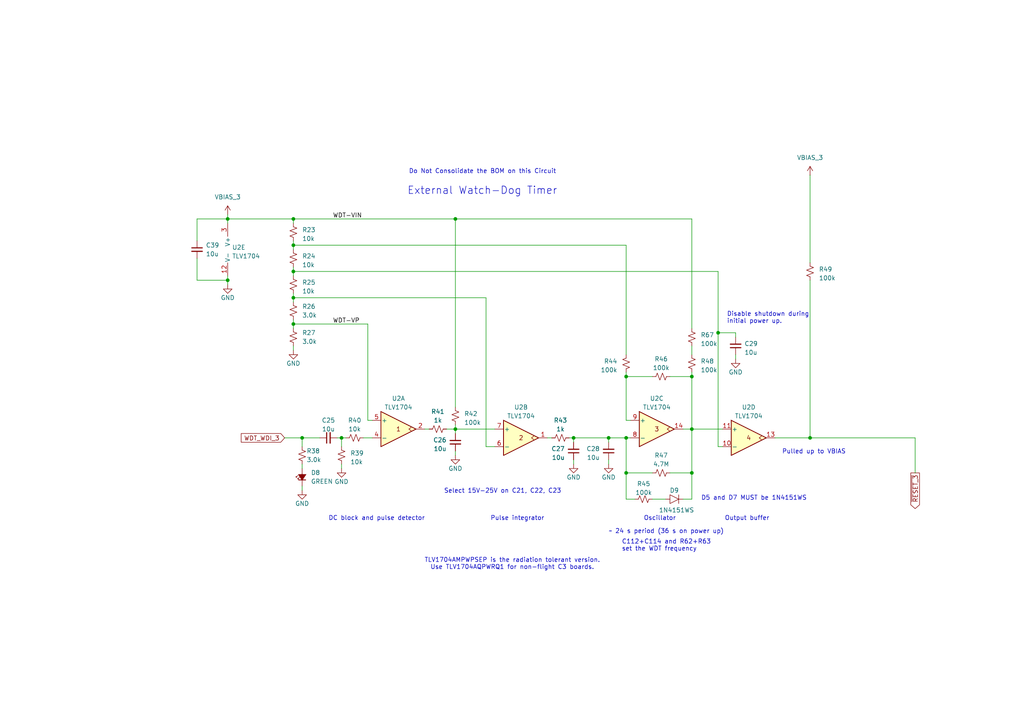
<source format=kicad_sch>
(kicad_sch (version 20250114) (generator "eeschema") (generator_version "9.0")
  (paper "A4")
  (lib_symbols
    (symbol "Device:C_Small" (pin_numbers (hide yes)) (pin_names (offset 0.254) (hide yes))
      (property "Reference" "C" (at 0.254 1.778 0))
      (property "Value" "C_Small" (at 0.254 -2.032 0))
      (symbol "C_Small_0_1"
        (polyline (pts (xy -1.524 0.508) (xy 1.524 0.508)) (stroke (width 0.3048)))
        (polyline (pts (xy -1.524 -0.508) (xy 1.524 -0.508)) (stroke (width 0.3302)))
      )
      (symbol "C_Small_1_1"
        (pin passive line (at 0 2.54 270) (length 2.032) (name "~") (number "1"))
        (pin passive line (at 0 -2.54 90) (length 2.032) (name "~") (number "2"))
      )
    )
    (symbol "Device:LED_Small_Filled" (pin_numbers (hide yes)) (pin_names (offset 0.254) (hide yes))
      (property "Reference" "D" (at -1.27 3.175 0))
      (property "Value" "LED_Small_Filled" (at -4.445 -2.54 0))
      (symbol "LED_Small_Filled_0_1"
        (polyline (pts (xy -0.762 -1.016) (xy -0.762 1.016)) (stroke (width 0.254)))
        (polyline (pts (xy 0 0.762) (xy -0.508 1.27) (xy -0.254 1.27) (xy -0.508 1.27) (xy -0.508 1.016)))
        (polyline (pts (xy 0.508 1.27) (xy 0 1.778) (xy 0.254 1.778) (xy 0 1.778) (xy 0 1.524)))
        (polyline (pts (xy 0.762 -1.016) (xy -0.762 0) (xy 0.762 1.016) (xy 0.762 -1.016)) (stroke (width 0.254)) (fill (type outline)))
        (polyline (pts (xy 1.016 0) (xy -0.762 0)))
      )
      (symbol "LED_Small_Filled_1_1"
        (pin passive line (at -2.54 0 0) (length 1.778) (name "K") (number "1"))
        (pin passive line (at 2.54 0 180) (length 1.778) (name "A") (number "2"))
      )
    )
    (symbol "Device:R_Small_US" (pin_numbers (hide yes)) (pin_names (offset 0.254) (hide yes))
      (property "Reference" "R" (at 0.762 0.508 0))
      (property "Value" "R_Small_US" (at 0.762 -1.016 0))
      (symbol "R_Small_US_1_1"
        (polyline (pts (xy 0 1.524) (xy 1.016 1.143) (xy 0 0.762) (xy -1.016 0.381) (xy 0 0)))
        (polyline (pts (xy 0 0) (xy 1.016 -0.381) (xy 0 -0.762) (xy -1.016 -1.143) (xy 0 -1.524)))
        (pin passive line (at 0 2.54 270) (length 1.016) (name "~") (number "1"))
        (pin passive line (at 0 -2.54 90) (length 1.016) (name "~") (number "2"))
      )
    )
    (symbol "TLV1704AIPWR_1" (pin_names (offset 0.127))
      (property "Reference" "U" (at 0 5.08 0))
      (property "Value" "TLV1704AIPWR" (at 0 -5.08 0))
      (symbol "TLV1704AIPWR_1_1_1"
        (polyline (pts (xy -5.08 5.08) (xy 5.08 0) (xy -5.08 -5.08) (xy -5.08 5.08)) (stroke (width 0.254)) (fill (type background)))
        (polyline (pts (xy 3.048 0) (xy 3.81 -0.635)))
        (polyline (pts (xy 3.81 0.635) (xy 3.048 0)))
        (text "1" (at 0 0 0) (effects (font (size 1.27 1.27))))
        (pin input line (at -7.62 2.54 0) (length 2.54) (name "+") (number "5"))
        (pin input line (at -7.62 -2.54 0) (length 2.54) (name "-") (number "4"))
        (pin open_collector line (at 7.62 0 180) (length 2.54) (name "~") (number "2"))
      )
      (symbol "TLV1704AIPWR_1_2_1"
        (polyline (pts (xy -5.08 5.08) (xy 5.08 0) (xy -5.08 -5.08) (xy -5.08 5.08)) (stroke (width 0.254)) (fill (type background)))
        (polyline (pts (xy 3.048 0) (xy 3.81 -0.635)))
        (polyline (pts (xy 3.81 0.635) (xy 3.048 0)))
        (text "2" (at 0 0 0) (effects (font (size 1.27 1.27))))
        (pin input line (at -7.62 2.54 0) (length 2.54) (name "+") (number "7"))
        (pin input line (at -7.62 -2.54 0) (length 2.54) (name "-") (number "6"))
        (pin open_collector line (at 7.62 0 180) (length 2.54) (name "~") (number "1"))
      )
      (symbol "TLV1704AIPWR_1_3_1"
        (polyline (pts (xy -5.08 5.08) (xy 5.08 0) (xy -5.08 -5.08) (xy -5.08 5.08)) (stroke (width 0.254)) (fill (type background)))
        (polyline (pts (xy 3.048 0) (xy 3.81 -0.635)))
        (polyline (pts (xy 3.81 0.635) (xy 3.048 0)))
        (text "3" (at 0 0 0) (effects (font (size 1.27 1.27))))
        (pin input line (at -7.62 2.54 0) (length 2.54) (name "+") (number "9"))
        (pin input line (at -7.62 -2.54 0) (length 2.54) (name "-") (number "8"))
        (pin open_collector line (at 7.62 0 180) (length 2.54) (name "~") (number "14"))
      )
      (symbol "TLV1704AIPWR_1_4_1"
        (polyline (pts (xy -5.08 5.08) (xy 5.08 0) (xy -5.08 -5.08) (xy -5.08 5.08)) (stroke (width 0.254)) (fill (type background)))
        (polyline (pts (xy 3.048 0) (xy 3.81 -0.635)))
        (polyline (pts (xy 3.81 0.635) (xy 3.048 0)))
        (text "4" (at 0 0 0) (effects (font (size 1.27 1.27))))
        (pin input line (at -7.62 2.54 0) (length 2.54) (name "+") (number "11"))
        (pin input line (at -7.62 -2.54 0) (length 2.54) (name "-") (number "10"))
        (pin open_collector line (at 7.62 0 180) (length 2.54) (name "~") (number "13"))
      )
      (symbol "TLV1704AIPWR_1_5_1"
        (pin power_in line (at -2.54 7.62 270) (length 3.81) (name "V+") (number "3"))
        (pin power_in line (at -2.54 -7.62 90) (length 3.81) (name "V-") (number "12"))
      )
    )
    (symbol "TLV1704AIPWR_2" (pin_names (offset 0.127))
      (property "Reference" "U" (at 0 5.08 0))
      (property "Value" "TLV1704AIPWR" (at 0 -5.08 0))
      (symbol "TLV1704AIPWR_2_1_1"
        (polyline (pts (xy -5.08 5.08) (xy 5.08 0) (xy -5.08 -5.08) (xy -5.08 5.08)) (stroke (width 0.254)) (fill (type background)))
        (polyline (pts (xy 3.048 0) (xy 3.81 -0.635)))
        (polyline (pts (xy 3.81 0.635) (xy 3.048 0)))
        (text "1" (at 0 0 0) (effects (font (size 1.27 1.27))))
        (pin input line (at -7.62 2.54 0) (length 2.54) (name "+") (number "5"))
        (pin input line (at -7.62 -2.54 0) (length 2.54) (name "-") (number "4"))
        (pin open_collector line (at 7.62 0 180) (length 2.54) (name "~") (number "2"))
      )
      (symbol "TLV1704AIPWR_2_2_1"
        (polyline (pts (xy -5.08 5.08) (xy 5.08 0) (xy -5.08 -5.08) (xy -5.08 5.08)) (stroke (width 0.254)) (fill (type background)))
        (polyline (pts (xy 3.048 0) (xy 3.81 -0.635)))
        (polyline (pts (xy 3.81 0.635) (xy 3.048 0)))
        (text "2" (at 0 0 0) (effects (font (size 1.27 1.27))))
        (pin input line (at -7.62 2.54 0) (length 2.54) (name "+") (number "7"))
        (pin input line (at -7.62 -2.54 0) (length 2.54) (name "-") (number "6"))
        (pin open_collector line (at 7.62 0 180) (length 2.54) (name "~") (number "1"))
      )
      (symbol "TLV1704AIPWR_2_3_1"
        (polyline (pts (xy -5.08 5.08) (xy 5.08 0) (xy -5.08 -5.08) (xy -5.08 5.08)) (stroke (width 0.254)) (fill (type background)))
        (polyline (pts (xy 3.048 0) (xy 3.81 -0.635)))
        (polyline (pts (xy 3.81 0.635) (xy 3.048 0)))
        (text "3" (at 0 0 0) (effects (font (size 1.27 1.27))))
        (pin input line (at -7.62 2.54 0) (length 2.54) (name "+") (number "9"))
        (pin input line (at -7.62 -2.54 0) (length 2.54) (name "-") (number "8"))
        (pin open_collector line (at 7.62 0 180) (length 2.54) (name "~") (number "14"))
      )
      (symbol "TLV1704AIPWR_2_4_1"
        (polyline (pts (xy -5.08 5.08) (xy 5.08 0) (xy -5.08 -5.08) (xy -5.08 5.08)) (stroke (width 0.254)) (fill (type background)))
        (polyline (pts (xy 3.048 0) (xy 3.81 -0.635)))
        (polyline (pts (xy 3.81 0.635) (xy 3.048 0)))
        (text "4" (at 0 0 0) (effects (font (size 1.27 1.27))))
        (pin input line (at -7.62 2.54 0) (length 2.54) (name "+") (number "11"))
        (pin input line (at -7.62 -2.54 0) (length 2.54) (name "-") (number "10"))
        (pin open_collector line (at 7.62 0 180) (length 2.54) (name "~") (number "13"))
      )
      (symbol "TLV1704AIPWR_2_5_1"
        (pin power_in line (at -2.54 7.62 270) (length 3.81) (name "V+") (number "3"))
        (pin power_in line (at -2.54 -7.62 90) (length 3.81) (name "V-") (number "12"))
      )
    )
    (symbol "TLV1704AIPWR_3" (pin_names (offset 0.127))
      (property "Reference" "U" (at 0 5.08 0))
      (property "Value" "TLV1704AIPWR" (at 0 -5.08 0))
      (symbol "TLV1704AIPWR_3_1_1"
        (polyline (pts (xy -5.08 5.08) (xy 5.08 0) (xy -5.08 -5.08) (xy -5.08 5.08)) (stroke (width 0.254)) (fill (type background)))
        (polyline (pts (xy 3.048 0) (xy 3.81 -0.635)))
        (polyline (pts (xy 3.81 0.635) (xy 3.048 0)))
        (text "1" (at 0 0 0) (effects (font (size 1.27 1.27))))
        (pin input line (at -7.62 2.54 0) (length 2.54) (name "+") (number "5"))
        (pin input line (at -7.62 -2.54 0) (length 2.54) (name "-") (number "4"))
        (pin open_collector line (at 7.62 0 180) (length 2.54) (name "~") (number "2"))
      )
      (symbol "TLV1704AIPWR_3_2_1"
        (polyline (pts (xy -5.08 5.08) (xy 5.08 0) (xy -5.08 -5.08) (xy -5.08 5.08)) (stroke (width 0.254)) (fill (type background)))
        (polyline (pts (xy 3.048 0) (xy 3.81 -0.635)))
        (polyline (pts (xy 3.81 0.635) (xy 3.048 0)))
        (text "2" (at 0 0 0) (effects (font (size 1.27 1.27))))
        (pin input line (at -7.62 2.54 0) (length 2.54) (name "+") (number "7"))
        (pin input line (at -7.62 -2.54 0) (length 2.54) (name "-") (number "6"))
        (pin open_collector line (at 7.62 0 180) (length 2.54) (name "~") (number "1"))
      )
      (symbol "TLV1704AIPWR_3_3_1"
        (polyline (pts (xy -5.08 5.08) (xy 5.08 0) (xy -5.08 -5.08) (xy -5.08 5.08)) (stroke (width 0.254)) (fill (type background)))
        (polyline (pts (xy 3.048 0) (xy 3.81 -0.635)))
        (polyline (pts (xy 3.81 0.635) (xy 3.048 0)))
        (text "3" (at 0 0 0) (effects (font (size 1.27 1.27))))
        (pin input line (at -7.62 2.54 0) (length 2.54) (name "+") (number "9"))
        (pin input line (at -7.62 -2.54 0) (length 2.54) (name "-") (number "8"))
        (pin open_collector line (at 7.62 0 180) (length 2.54) (name "~") (number "14"))
      )
      (symbol "TLV1704AIPWR_3_4_1"
        (polyline (pts (xy -5.08 5.08) (xy 5.08 0) (xy -5.08 -5.08) (xy -5.08 5.08)) (stroke (width 0.254)) (fill (type background)))
        (polyline (pts (xy 3.048 0) (xy 3.81 -0.635)))
        (polyline (pts (xy 3.81 0.635) (xy 3.048 0)))
        (text "4" (at 0 0 0) (effects (font (size 1.27 1.27))))
        (pin input line (at -7.62 2.54 0) (length 2.54) (name "+") (number "11"))
        (pin input line (at -7.62 -2.54 0) (length 2.54) (name "-") (number "10"))
        (pin open_collector line (at 7.62 0 180) (length 2.54) (name "~") (number "13"))
      )
      (symbol "TLV1704AIPWR_3_5_1"
        (pin power_in line (at -2.54 7.62 270) (length 3.81) (name "V+") (number "3"))
        (pin power_in line (at -2.54 -7.62 90) (length 3.81) (name "V-") (number "12"))
      )
    )
    (symbol "TLV1704AIPWR_4" (pin_names (offset 0.127))
      (property "Reference" "U" (at 0 5.08 0))
      (property "Value" "TLV1704AIPWR" (at 0 -5.08 0))
      (symbol "TLV1704AIPWR_4_1_1"
        (polyline (pts (xy -5.08 5.08) (xy 5.08 0) (xy -5.08 -5.08) (xy -5.08 5.08)) (stroke (width 0.254)) (fill (type background)))
        (polyline (pts (xy 3.048 0) (xy 3.81 -0.635)))
        (polyline (pts (xy 3.81 0.635) (xy 3.048 0)))
        (text "1" (at 0 0 0) (effects (font (size 1.27 1.27))))
        (pin input line (at -7.62 2.54 0) (length 2.54) (name "+") (number "5"))
        (pin input line (at -7.62 -2.54 0) (length 2.54) (name "-") (number "4"))
        (pin open_collector line (at 7.62 0 180) (length 2.54) (name "~") (number "2"))
      )
      (symbol "TLV1704AIPWR_4_2_1"
        (polyline (pts (xy -5.08 5.08) (xy 5.08 0) (xy -5.08 -5.08) (xy -5.08 5.08)) (stroke (width 0.254)) (fill (type background)))
        (polyline (pts (xy 3.048 0) (xy 3.81 -0.635)))
        (polyline (pts (xy 3.81 0.635) (xy 3.048 0)))
        (text "2" (at 0 0 0) (effects (font (size 1.27 1.27))))
        (pin input line (at -7.62 2.54 0) (length 2.54) (name "+") (number "7"))
        (pin input line (at -7.62 -2.54 0) (length 2.54) (name "-") (number "6"))
        (pin open_collector line (at 7.62 0 180) (length 2.54) (name "~") (number "1"))
      )
      (symbol "TLV1704AIPWR_4_3_1"
        (polyline (pts (xy -5.08 5.08) (xy 5.08 0) (xy -5.08 -5.08) (xy -5.08 5.08)) (stroke (width 0.254)) (fill (type background)))
        (polyline (pts (xy 3.048 0) (xy 3.81 -0.635)))
        (polyline (pts (xy 3.81 0.635) (xy 3.048 0)))
        (text "3" (at 0 0 0) (effects (font (size 1.27 1.27))))
        (pin input line (at -7.62 2.54 0) (length 2.54) (name "+") (number "9"))
        (pin input line (at -7.62 -2.54 0) (length 2.54) (name "-") (number "8"))
        (pin open_collector line (at 7.62 0 180) (length 2.54) (name "~") (number "14"))
      )
      (symbol "TLV1704AIPWR_4_4_1"
        (polyline (pts (xy -5.08 5.08) (xy 5.08 0) (xy -5.08 -5.08) (xy -5.08 5.08)) (stroke (width 0.254)) (fill (type background)))
        (polyline (pts (xy 3.048 0) (xy 3.81 -0.635)))
        (polyline (pts (xy 3.81 0.635) (xy 3.048 0)))
        (text "4" (at 0 0 0) (effects (font (size 1.27 1.27))))
        (pin input line (at -7.62 2.54 0) (length 2.54) (name "+") (number "11"))
        (pin input line (at -7.62 -2.54 0) (length 2.54) (name "-") (number "10"))
        (pin open_collector line (at 7.62 0 180) (length 2.54) (name "~") (number "13"))
      )
      (symbol "TLV1704AIPWR_4_5_1"
        (pin power_in line (at -2.54 7.62 270) (length 3.81) (name "V+") (number "3"))
        (pin power_in line (at -2.54 -7.62 90) (length 3.81) (name "V-") (number "12"))
      )
    )
    (symbol "oresat-diodes:1N4151WS-HE3" (pin_numbers (hide yes)) (pin_names (offset 0) (hide yes))
      (property "Reference" "D" (at 0 2.54 0))
      (property "Value" "1N4151WS" (at 0 -2.54 0))
      (symbol "1N4151WS-HE3_0_1"
        (polyline (pts (xy 1.27 0) (xy 1.27 1.27) (xy 1.27 -1.27) (xy 1.27 0) (xy -1.27 1.27) (xy -1.27 -1.27) (xy 1.27 0)))
      )
      (symbol "1N4151WS-HE3_1_1"
        (pin passive line (at -2.54 0 0) (length 1.27) (name "2") (number "2"))
        (pin passive line (at 2.54 0 180) (length 1.27) (name "1") (number "1"))
      )
    )
    (symbol "oresat-ics:TLV1704AIPWR" (pin_names (offset 0.127))
      (property "Reference" "U" (at 0 5.08 0))
      (property "Value" "TLV1704AIPWR" (at 0 -5.08 0))
      (symbol "TLV1704AIPWR_1_1"
        (polyline (pts (xy -5.08 5.08) (xy 5.08 0) (xy -5.08 -5.08) (xy -5.08 5.08)) (stroke (width 0.254)) (fill (type background)))
        (polyline (pts (xy 3.048 0) (xy 3.81 -0.635)))
        (polyline (pts (xy 3.81 0.635) (xy 3.048 0)))
        (text "1" (at 0 0 0) (effects (font (size 1.27 1.27))))
        (pin input line (at -7.62 2.54 0) (length 2.54) (name "+") (number "5"))
        (pin input line (at -7.62 -2.54 0) (length 2.54) (name "-") (number "4"))
        (pin open_collector line (at 7.62 0 180) (length 2.54) (name "~") (number "2"))
      )
      (symbol "TLV1704AIPWR_2_1"
        (polyline (pts (xy -5.08 5.08) (xy 5.08 0) (xy -5.08 -5.08) (xy -5.08 5.08)) (stroke (width 0.254)) (fill (type background)))
        (polyline (pts (xy 3.048 0) (xy 3.81 -0.635)))
        (polyline (pts (xy 3.81 0.635) (xy 3.048 0)))
        (text "2" (at 0 0 0) (effects (font (size 1.27 1.27))))
        (pin input line (at -7.62 2.54 0) (length 2.54) (name "+") (number "7"))
        (pin input line (at -7.62 -2.54 0) (length 2.54) (name "-") (number "6"))
        (pin open_collector line (at 7.62 0 180) (length 2.54) (name "~") (number "1"))
      )
      (symbol "TLV1704AIPWR_3_1"
        (polyline (pts (xy -5.08 5.08) (xy 5.08 0) (xy -5.08 -5.08) (xy -5.08 5.08)) (stroke (width 0.254)) (fill (type background)))
        (polyline (pts (xy 3.048 0) (xy 3.81 -0.635)))
        (polyline (pts (xy 3.81 0.635) (xy 3.048 0)))
        (text "3" (at 0 0 0) (effects (font (size 1.27 1.27))))
        (pin input line (at -7.62 2.54 0) (length 2.54) (name "+") (number "9"))
        (pin input line (at -7.62 -2.54 0) (length 2.54) (name "-") (number "8"))
        (pin open_collector line (at 7.62 0 180) (length 2.54) (name "~") (number "14"))
      )
      (symbol "TLV1704AIPWR_4_1"
        (polyline (pts (xy -5.08 5.08) (xy 5.08 0) (xy -5.08 -5.08) (xy -5.08 5.08)) (stroke (width 0.254)) (fill (type background)))
        (polyline (pts (xy 3.048 0) (xy 3.81 -0.635)))
        (polyline (pts (xy 3.81 0.635) (xy 3.048 0)))
        (text "4" (at 0 0 0) (effects (font (size 1.27 1.27))))
        (pin input line (at -7.62 2.54 0) (length 2.54) (name "+") (number "11"))
        (pin input line (at -7.62 -2.54 0) (length 2.54) (name "-") (number "10"))
        (pin open_collector line (at 7.62 0 180) (length 2.54) (name "~") (number "13"))
      )
      (symbol "TLV1704AIPWR_5_1"
        (pin power_in line (at -2.54 7.62 270) (length 3.81) (name "V+") (number "3"))
        (pin power_in line (at -2.54 -7.62 90) (length 3.81) (name "V-") (number "12"))
      )
    )
    (symbol "power:GND" (power) (pin_names (offset 0))
      (property "Value" "GND" (at 0 -3.81 0))
      (symbol "GND_0_1"
        (polyline (pts (xy 0 0) (xy 0 -1.27) (xy 1.27 -1.27) (xy 0 -2.54) (xy -1.27 -1.27) (xy 0 -1.27)))
      )
      (symbol "GND_1_1"
        (pin power_in line (at 0 0 270) (length 0) (hide yes) (name "GND") (number "1"))
      )
    )
    (symbol "power:VBUS" (power) (pin_numbers (hide yes)) (pin_names (offset 0) (hide yes))
      (property "Value" "VBUS" (at 0 3.556 0))
      (symbol "VBUS_0_1"
        (polyline (pts (xy -0.762 1.27) (xy 0 2.54)))
        (polyline (pts (xy 0 2.54) (xy 0.762 1.27)))
        (polyline (pts (xy 0 0) (xy 0 2.54)))
      )
      (symbol "VBUS_1_1"
        (pin power_in line (at 0 0 90) (length 0) (name "~") (number "1"))
      )
    )
  )
  (text "TLV1704AMPWPSEP is the radiation tolerant version.\nUse TLV1704AQPWRQ1 for non-flight C3 boards." (at 148.59 163.576 0) (effects (font (size 1.27 1.27))))
  (text "~ 24 s period (36 s on power up)" (at 176.53 154.94 0) (effects (font (size 1.27 1.27)) (justify left bottom)))
  (text "Do Not Consolidate the BOM on this Circuit" (at 139.954 49.784 0) (effects (font (size 1.27 1.27))))
  (text "Select 15V-25V on C21, C22, C23" (at 145.796 142.494 0) (effects (font (size 1.27 1.27))))
  (text "Disable shutdown during\ninitial power up." (at 210.82 93.98 0) (effects (font (size 1.27 1.27)) (justify left bottom)))
  (text "Pulse integrator" (at 142.24 151.13 0) (effects (font (size 1.27 1.27)) (justify left bottom)))
  (text "External Watch-Dog Timer" (at 118.11 56.642 0) (effects (font (size 2.159 2.159)) (justify left bottom)))
  (text "DC block and pulse detector" (at 95.25 151.13 0) (effects (font (size 1.27 1.27)) (justify left bottom)))
  (text "D5 and D7 MUST be 1N4151WS" (at 218.694 144.526 0) (effects (font (size 1.27 1.27))))
  (text "Oscillator" (at 186.69 151.13 0) (effects (font (size 1.27 1.27)) (justify left bottom)))
  (text "Output buffer" (at 210.185 151.13 0) (effects (font (size 1.27 1.27)) (justify left bottom)))
  (text "C112+C114 and R62+R63 \nset the WDT frequency" (at 180.34 160.02 0) (effects (font (size 1.27 1.27)) (justify left bottom)))
  (text "Pulled up to VBIAS" (at 226.822 131.826 0) (effects (font (size 1.27 1.27)) (justify left bottom)))
  (junction (at 181.61 109.22))
  (junction (at 85.09 93.98))
  (junction (at 200.66 109.22))
  (junction (at 66.04 81.28))
  (junction (at 234.95 127))
  (junction (at 85.09 71.12))
  (junction (at 200.66 124.46))
  (junction (at 66.04 63.5))
  (junction (at 85.09 78.74))
  (junction (at 166.37 127))
  (junction (at 85.09 63.5))
  (junction (at 208.28 96.52))
  (junction (at 132.08 63.5))
  (junction (at 87.63 127))
  (junction (at 181.61 137.16))
  (junction (at 181.61 127))
  (junction (at 99.06 127))
  (junction (at 176.53 127))
  (junction (at 85.09 86.36))
  (junction (at 200.66 137.16))
  (junction (at 132.08 124.46))
  (wire (pts (xy 189.23 144.78) (xy 193.04 144.78)))
  (wire (pts (xy 234.95 127) (xy 265.43 127)))
  (wire (pts (xy 57.15 81.28) (xy 66.04 81.28)))
  (wire (pts (xy 123.19 124.46) (xy 124.46 124.46)))
  (wire (pts (xy 181.61 107.95) (xy 181.61 109.22)))
  (wire (pts (xy 132.08 63.5) (xy 85.09 63.5)))
  (wire (pts (xy 82.55 127) (xy 87.63 127)))
  (wire (pts (xy 208.28 129.54) (xy 209.55 129.54)))
  (wire (pts (xy 158.75 127) (xy 160.02 127)))
  (wire (pts (xy 200.66 144.78) (xy 200.66 137.16)))
  (wire (pts (xy 200.66 107.95) (xy 200.66 109.22)))
  (wire (pts (xy 132.08 132.08) (xy 132.08 130.81)))
  (wire (pts (xy 106.68 93.98) (xy 106.68 121.92)))
  (wire (pts (xy 85.09 78.74) (xy 85.09 80.01)))
  (wire (pts (xy 85.09 93.98) (xy 106.68 93.98)))
  (wire (pts (xy 99.06 134.62) (xy 99.06 135.89)))
  (wire (pts (xy 132.08 124.46) (xy 143.51 124.46)))
  (wire (pts (xy 140.97 129.54) (xy 143.51 129.54)))
  (wire (pts (xy 213.36 97.79) (xy 213.36 96.52)))
  (wire (pts (xy 166.37 127) (xy 166.37 128.27)))
  (wire (pts (xy 208.28 96.52) (xy 208.28 129.54)))
  (wire (pts (xy 66.04 63.5) (xy 57.15 63.5)))
  (wire (pts (xy 176.53 134.62) (xy 176.53 133.35)))
  (wire (pts (xy 213.36 104.14) (xy 213.36 102.87)))
  (wire (pts (xy 87.63 142.24) (xy 87.63 140.97)))
  (wire (pts (xy 181.61 137.16) (xy 181.61 127)))
  (wire (pts (xy 66.04 64.77) (xy 66.04 63.5)))
  (wire (pts (xy 208.28 96.52) (xy 213.36 96.52)))
  (wire (pts (xy 99.06 127) (xy 100.33 127)))
  (wire (pts (xy 224.79 127) (xy 234.95 127)))
  (wire (pts (xy 85.09 100.33) (xy 85.09 101.6)))
  (wire (pts (xy 132.08 63.5) (xy 132.08 118.11)))
  (wire (pts (xy 66.04 63.5) (xy 85.09 63.5)))
  (wire (pts (xy 200.66 124.46) (xy 209.55 124.46)))
  (wire (pts (xy 208.28 78.74) (xy 208.28 96.52)))
  (wire (pts (xy 176.53 128.27) (xy 176.53 127)))
  (wire (pts (xy 181.61 71.12) (xy 85.09 71.12)))
  (wire (pts (xy 85.09 92.71) (xy 85.09 93.98)))
  (wire (pts (xy 106.68 121.92) (xy 107.95 121.92)))
  (wire (pts (xy 85.09 64.77) (xy 85.09 63.5)))
  (wire (pts (xy 200.66 63.5) (xy 200.66 95.25)))
  (wire (pts (xy 182.88 121.92) (xy 181.61 121.92)))
  (wire (pts (xy 85.09 71.12) (xy 85.09 72.39)))
  (wire (pts (xy 194.31 137.16) (xy 200.66 137.16)))
  (wire (pts (xy 132.08 124.46) (xy 132.08 123.19)))
  (wire (pts (xy 132.08 63.5) (xy 200.66 63.5)))
  (wire (pts (xy 234.95 81.28) (xy 234.95 127)))
  (wire (pts (xy 181.61 144.78) (xy 184.15 144.78)))
  (wire (pts (xy 198.12 144.78) (xy 200.66 144.78)))
  (wire (pts (xy 99.06 127) (xy 99.06 129.54)))
  (wire (pts (xy 181.61 121.92) (xy 181.61 109.22)))
  (wire (pts (xy 85.09 85.09) (xy 85.09 86.36)))
  (wire (pts (xy 166.37 127) (xy 176.53 127)))
  (wire (pts (xy 66.04 62.23) (xy 66.04 63.5)))
  (wire (pts (xy 85.09 77.47) (xy 85.09 78.74)))
  (wire (pts (xy 200.66 137.16) (xy 200.66 124.46)))
  (wire (pts (xy 165.1 127) (xy 166.37 127)))
  (wire (pts (xy 87.63 134.62) (xy 87.63 135.89)))
  (wire (pts (xy 87.63 129.54) (xy 87.63 127)))
  (wire (pts (xy 105.41 127) (xy 107.95 127)))
  (wire (pts (xy 132.08 124.46) (xy 132.08 125.73)))
  (wire (pts (xy 265.43 127) (xy 265.43 137.16)))
  (wire (pts (xy 140.97 86.36) (xy 140.97 129.54)))
  (wire (pts (xy 66.04 82.55) (xy 66.04 81.28)))
  (wire (pts (xy 87.63 127) (xy 92.71 127)))
  (wire (pts (xy 85.09 86.36) (xy 85.09 87.63)))
  (wire (pts (xy 57.15 74.93) (xy 57.15 81.28)))
  (wire (pts (xy 200.66 109.22) (xy 200.66 124.46)))
  (wire (pts (xy 85.09 86.36) (xy 140.97 86.36)))
  (wire (pts (xy 57.15 63.5) (xy 57.15 69.85)))
  (wire (pts (xy 181.61 109.22) (xy 189.23 109.22)))
  (wire (pts (xy 200.66 100.33) (xy 200.66 102.87)))
  (wire (pts (xy 166.37 134.62) (xy 166.37 133.35)))
  (wire (pts (xy 176.53 127) (xy 181.61 127)))
  (wire (pts (xy 189.23 137.16) (xy 181.61 137.16)))
  (wire (pts (xy 234.95 50.8) (xy 234.95 76.2)))
  (wire (pts (xy 66.04 81.28) (xy 66.04 80.01)))
  (wire (pts (xy 198.12 124.46) (xy 200.66 124.46)))
  (wire (pts (xy 85.09 93.98) (xy 85.09 95.25)))
  (wire (pts (xy 85.09 78.74) (xy 208.28 78.74)))
  (wire (pts (xy 181.61 102.87) (xy 181.61 71.12)))
  (wire (pts (xy 181.61 127) (xy 182.88 127)))
  (wire (pts (xy 194.31 109.22) (xy 200.66 109.22)))
  (wire (pts (xy 85.09 69.85) (xy 85.09 71.12)))
  (wire (pts (xy 97.79 127) (xy 99.06 127)))
  (wire (pts (xy 129.54 124.46) (xy 132.08 124.46)))
  (wire (pts (xy 181.61 144.78) (xy 181.61 137.16)))
  (label "WDT-VP" (at 96.52 93.98 0))
  (label "WDT-VIN" (at 96.52 63.5 0))
  (global_label "WDT_WDI_3" (shape input) (at 82.55 127 180) (property "Intersheetrefs" "${INTERSHEET_REFS}" (effects (hide yes))))
  (global_label "~{RESET_3}" (shape output) (at 265.43 137.16 270) (property "Intersheetrefs" "${INTERSHEET_REFS}" (effects (hide yes))))
  (symbol (lib_id "power:VBUS") (at 66.04 62.23 0) (unit 1)
    (property "Reference" "#PWR014" (effects (hide yes)))
    (property "Value" "VBIAS_3" (at 66.04 57.15 0))
    (property "Description" "Power symbol creates a global label with name \"VBUS\"" (effects (hide yes)))
  )
  (symbol (lib_id "oresat-ics:TLV1704AIPWR") (at 68.58 72.39 0) (unit 5)
    (property "Reference" "U2" (at 67.31 71.755 0) (effects (justify left)))
    (property "Value" "TLV1704" (at 67.31 74.295 0) (effects (justify left)))
    (property "Footprint" "Package_SO:TSSOP-14_4.4x5mm_P0.65mm" (effects (hide yes)))
    (property "Datasheet" "https://www.ti.com/lit/ds/symlink/tlv1704-sep.pdf" (effects (hide yes)))
    (property "Description" "Analog Comparators 2.2-V to 36-V, radiation tolerant microPower quad comparator in space enhanced plastic 14-TSSOP -55 to 125" (effects (hide yes)))
    (property "MFR" "Texas Instruments" (effects (hide yes)))
    (property "MPN" "TLV1704AQPWRQ1" (effects (hide yes)))
    (property "DST" "Digi-Key" (effects (hide yes)))
    (property "DPN" "296-43799-2-ND" (effects (hide yes)))
  )
  (symbol (lib_id "power:GND") (at 213.36 104.14 0) (mirror y) (unit 1)
    (property "Reference" "#PWR093" (effects (hide yes)))
    (property "Value" "GND" (at 213.36 107.95 0))
    (property "Description" "Power symbol creates a global label with name \"GND\" , ground" (effects (hide yes)))
  )
  (symbol (lib_id "Device:R_Small_US") (at 87.63 132.08 0) (unit 1)
    (property "Reference" "R38" (at 88.9 130.81 0) (effects (justify left)))
    (property "Value" "3.0k" (at 88.9 133.35 0) (effects (justify left)))
    (property "Footprint" "Resistor_SMD:R_0603_1608Metric" (effects (hide yes)))
    (property "Description" "3 kOhms ±1% 0.1W, 1/10W Chip Resistor 0603 (1608 Metric) Automotive AEC-Q200 Thick Film" (effects (hide yes)))
    (property "DPN" "RMCF0603FT3K00CT-ND" (effects (hide yes)))
    (property "DST" "Digi-Key" (effects (hide yes)))
    (property "MFR" "Stackpole Electronics Inc" (effects (hide yes)))
    (property "MPN" "RMCF0603FT3K00" (effects (hide yes)))
  )
  (symbol (lib_id "Device:R_Small_US") (at 132.08 120.65 0) (unit 1)
    (property "Reference" "R42" (at 134.62 120.015 0) (effects (justify left)))
    (property "Value" "100k" (at 134.62 122.555 0) (effects (justify left)))
    (property "Footprint" "Resistor_SMD:R_0603_1608Metric" (effects (hide yes)))
    (property "Description" "100 kOhms ±5% 0.1W, 1/10W Chip Resistor 0603 (1608 Metric) Automotive AEC-Q200 Thick Film" (effects (hide yes)))
    (property "DPN" "RMCF0603FT100KCT-ND" (effects (hide yes)))
    (property "DST" "Digi-Key" (effects (hide yes)))
    (property "MFR" "Stackpole Electronics Inc" (effects (hide yes)))
    (property "MPN" "RMCF0603FT100K" (effects (hide yes)))
  )
  (symbol (lib_id "power:GND") (at 176.53 134.62 0) (mirror y) (unit 1)
    (property "Reference" "#PWR092" (effects (hide yes)))
    (property "Value" "GND" (at 176.53 138.43 0))
    (property "Description" "Power symbol creates a global label with name \"GND\" , ground" (effects (hide yes)))
  )
  (symbol (lib_name "TLV1704AIPWR_3") (lib_id "oresat-ics:TLV1704AIPWR") (at 217.17 127 0) (unit 4)
    (property "Reference" "U2" (at 217.17 118.11 0))
    (property "Value" "TLV1704" (at 217.17 120.65 0))
    (property "Footprint" "Package_SO:TSSOP-14_4.4x5mm_P0.65mm" (effects (hide yes)))
    (property "Datasheet" "https://www.ti.com/lit/ds/symlink/tlv1704-sep.pdf" (effects (hide yes)))
    (property "Description" "Analog Comparators 2.2-V to 36-V, radiation tolerant microPower quad comparator in space enhanced plastic 14-TSSOP -55 to 125" (effects (hide yes)))
    (property "MFR" "Texas Instruments" (effects (hide yes)))
    (property "MPN" "TLV1704AQPWRQ1" (effects (hide yes)))
    (property "DST" "Digi-Key" (effects (hide yes)))
    (property "DPN" "296-43799-2-ND" (effects (hide yes)))
  )
  (symbol (lib_id "Device:R_Small_US") (at 85.09 90.17 0) (unit 1)
    (property "Reference" "R26" (at 87.63 88.9 0) (effects (justify left)))
    (property "Value" "3.0k" (at 87.63 91.44 0) (effects (justify left)))
    (property "Footprint" "Resistor_SMD:R_0603_1608Metric" (effects (hide yes)))
    (property "Description" "3 kOhms ±1% 0.1W, 1/10W Chip Resistor 0603 (1608 Metric) Automotive AEC-Q200 Thick Film" (effects (hide yes)))
    (property "DPN" "RMCF0603FT3K00CT-ND" (effects (hide yes)))
    (property "DST" "Digi-Key" (effects (hide yes)))
    (property "MFR" "Stackpole Electronics Inc" (effects (hide yes)))
    (property "MPN" "RMCF0603FT3K00" (effects (hide yes)))
  )
  (symbol (lib_id "Device:R_Small_US") (at 85.09 74.93 0) (unit 1)
    (property "Reference" "R24" (at 87.63 74.295 0) (effects (justify left)))
    (property "Value" "10k" (at 87.63 76.835 0) (effects (justify left)))
    (property "Footprint" "Resistor_SMD:R_0603_1608Metric" (effects (hide yes)))
    (property "Description" "10 kOhms ±1% 0.1W, 1/10W Chip Resistor 0603 (1608 Metric) Automotive AEC-Q200 Thick Film" (effects (hide yes)))
    (property "DPN" "RMCF0603FT10K0CT-ND" (effects (hide yes)))
    (property "DST" "Digi-Key" (effects (hide yes)))
    (property "MFR" "Stackpole Electronics Inc" (effects (hide yes)))
    (property "MPN" "RMCF0603FT10K0" (effects (hide yes)))
  )
  (symbol (lib_id "Device:C_Small") (at 95.25 127 90) (unit 1)
    (property "Reference" "C25" (at 95.2563 121.92 90))
    (property "Value" "10u" (at 95.2563 124.46 90))
    (property "Footprint" "Capacitor_SMD:C_0603_1608Metric" (effects (hide yes)))
    (property "Description" "10 µF ±10% 16V Ceramic Capacitor X5R 0603 (1608 Metric)" (effects (hide yes)))
    (property "DPN" "490-12317-1-ND" (effects (hide yes)))
    (property "DST" "Digi-Key" (effects (hide yes)))
    (property "MFR" "Murata" (effects (hide yes)))
    (property "MPN" "GRT188R61C106KE13D" (effects (hide yes)))
  )
  (symbol (lib_id "Device:R_Small_US") (at 99.06 132.08 0) (unit 1)
    (property "Reference" "R39" (at 101.6 131.445 0) (effects (justify left)))
    (property "Value" "10k" (at 101.6 133.985 0) (effects (justify left)))
    (property "Footprint" "Resistor_SMD:R_0603_1608Metric" (effects (hide yes)))
    (property "Description" "10 kOhms ±1% 0.1W, 1/10W Chip Resistor 0603 (1608 Metric) Automotive AEC-Q200 Thick Film" (effects (hide yes)))
    (property "DPN" "RMCF0603FT10K0CT-ND" (effects (hide yes)))
    (property "DST" "Digi-Key" (effects (hide yes)))
    (property "MFR" "Stackpole Electronics Inc" (effects (hide yes)))
    (property "MPN" "RMCF0603FT10K0" (effects (hide yes)))
  )
  (symbol (lib_id "Device:R_Small_US") (at 85.09 67.31 0) (unit 1)
    (property "Reference" "R23" (at 87.63 66.675 0) (effects (justify left)))
    (property "Value" "10k" (at 87.63 69.215 0) (effects (justify left)))
    (property "Footprint" "Resistor_SMD:R_0603_1608Metric" (effects (hide yes)))
    (property "Description" "10 kOhms ±1% 0.1W, 1/10W Chip Resistor 0603 (1608 Metric) Automotive AEC-Q200 Thick Film" (effects (hide yes)))
    (property "DPN" "RMCF0603FT10K0CT-ND" (effects (hide yes)))
    (property "DST" "Digi-Key" (effects (hide yes)))
    (property "MFR" "Stackpole Electronics Inc" (effects (hide yes)))
    (property "MPN" "RMCF0603FT10K0" (effects (hide yes)))
  )
  (symbol (lib_id "power:GND") (at 66.04 82.55 0) (mirror y) (unit 1)
    (property "Reference" "#PWR047" (effects (hide yes)))
    (property "Value" "GND" (at 66.04 86.36 0))
    (property "Description" "Power symbol creates a global label with name \"GND\" , ground" (effects (hide yes)))
  )
  (symbol (lib_id "Device:R_Small_US") (at 191.77 137.16 270) (unit 1)
    (property "Reference" "R47" (at 191.77 132.08 90))
    (property "Value" "4.7M" (at 191.77 134.62 90))
    (property "Footprint" "Resistor_SMD:R_0603_1608Metric" (effects (hide yes)))
    (property "Description" "4.7 MOhms ±1% 0.1W, 1/10W Chip Resistor 0603 (1608 Metric) Automotive AEC-Q200 Thick Film" (effects (hide yes)))
    (property "DPN" "RMCF0603FT4M70CT-ND" (effects (hide yes)))
    (property "DST" "Digi-Key" (effects (hide yes)))
    (property "MFR" "Stackpole Electronics Inc" (effects (hide yes)))
    (property "MPN" "RMCF0603FT4M70" (effects (hide yes)))
  )
  (symbol (lib_id "power:GND") (at 166.37 134.62 0) (mirror y) (unit 1)
    (property "Reference" "#PWR091" (effects (hide yes)))
    (property "Value" "GND" (at 166.37 138.43 0))
    (property "Description" "Power symbol creates a global label with name \"GND\" , ground" (effects (hide yes)))
  )
  (symbol (lib_id "Device:R_Small_US") (at 85.09 82.55 0) (unit 1)
    (property "Reference" "R25" (at 87.63 81.915 0) (effects (justify left)))
    (property "Value" "10k" (at 87.63 84.455 0) (effects (justify left)))
    (property "Footprint" "Resistor_SMD:R_0603_1608Metric" (effects (hide yes)))
    (property "Description" "10 kOhms ±1% 0.1W, 1/10W Chip Resistor 0603 (1608 Metric) Automotive AEC-Q200 Thick Film" (effects (hide yes)))
    (property "DPN" "RMCF0603FT10K0CT-ND" (effects (hide yes)))
    (property "DST" "Digi-Key" (effects (hide yes)))
    (property "MFR" "Stackpole Electronics Inc" (effects (hide yes)))
    (property "MPN" "RMCF0603FT10K0" (effects (hide yes)))
  )
  (symbol (lib_name "TLV1704AIPWR_4") (lib_id "oresat-ics:TLV1704AIPWR") (at 151.13 127 0) (unit 2)
    (property "Reference" "U2" (at 151.13 118.11 0))
    (property "Value" "TLV1704" (at 151.13 120.65 0))
    (property "Footprint" "Package_SO:TSSOP-14_4.4x5mm_P0.65mm" (effects (hide yes)))
    (property "Datasheet" "https://www.ti.com/lit/ds/symlink/tlv1704-sep.pdf" (effects (hide yes)))
    (property "Description" "Analog Comparators 2.2-V to 36-V, radiation tolerant microPower quad comparator in space enhanced plastic 14-TSSOP -55 to 125" (effects (hide yes)))
    (property "MFR" "Texas Instruments" (effects (hide yes)))
    (property "MPN" "TLV1704AQPWRQ1" (effects (hide yes)))
    (property "DST" "Digi-Key" (effects (hide yes)))
    (property "DPN" "296-43799-2-ND" (effects (hide yes)))
  )
  (symbol (lib_id "Device:R_Small_US") (at 85.09 97.79 0) (unit 1)
    (property "Reference" "R27" (at 87.63 96.52 0) (effects (justify left)))
    (property "Value" "3.0k" (at 87.63 99.06 0) (effects (justify left)))
    (property "Footprint" "Resistor_SMD:R_0603_1608Metric" (effects (hide yes)))
    (property "Description" "3 kOhms ±1% 0.1W, 1/10W Chip Resistor 0603 (1608 Metric) Automotive AEC-Q200 Thick Film" (effects (hide yes)))
    (property "DPN" "RMCF0603FT3K00CT-ND" (effects (hide yes)))
    (property "DST" "Digi-Key" (effects (hide yes)))
    (property "MFR" "Stackpole Electronics Inc" (effects (hide yes)))
    (property "MPN" "RMCF0603FT3K00" (effects (hide yes)))
  )
  (symbol (lib_id "Device:R_Small_US") (at 186.69 144.78 270) (unit 1)
    (property "Reference" "R45" (at 186.69 140.335 90))
    (property "Value" "100k" (at 186.69 142.875 90))
    (property "Footprint" "Resistor_SMD:R_0603_1608Metric" (effects (hide yes)))
    (property "Description" "100 kOhms ±5% 0.1W, 1/10W Chip Resistor 0603 (1608 Metric) Automotive AEC-Q200 Thick Film" (effects (hide yes)))
    (property "DPN" "RMCF0603FT100KCT-ND" (effects (hide yes)))
    (property "DST" "Digi-Key" (effects (hide yes)))
    (property "MFR" "Stackpole Electronics Inc" (effects (hide yes)))
    (property "MPN" "RMCF0603FT100K" (effects (hide yes)))
  )
  (symbol (lib_id "Device:C_Small") (at 176.53 130.81 0) (mirror x) (unit 1)
    (property "Reference" "C28" (at 173.99 130.1686 0) (effects (justify right)))
    (property "Value" "10u" (at 173.99 132.7086 0) (effects (justify right)))
    (property "Footprint" "Capacitor_SMD:C_0603_1608Metric" (effects (hide yes)))
    (property "Description" "10 µF ±10% 16V Ceramic Capacitor X5R 0603 (1608 Metric)" (effects (hide yes)))
    (property "DPN" "490-12317-1-ND" (effects (hide yes)))
    (property "DST" "Digi-Key" (effects (hide yes)))
    (property "MFR" "Murata" (effects (hide yes)))
    (property "MPN" "GRT188R61C106KE13D" (effects (hide yes)))
  )
  (symbol (lib_id "Device:R_Small_US") (at 200.66 97.79 180) (unit 1)
    (property "Reference" "R67" (at 203.2 97.155 0) (effects (justify right)))
    (property "Value" "100k" (at 203.2 99.695 0) (effects (justify right)))
    (property "Footprint" "Resistor_SMD:R_0603_1608Metric" (effects (hide yes)))
    (property "Description" "100 kOhms ±5% 0.1W, 1/10W Chip Resistor 0603 (1608 Metric) Automotive AEC-Q200 Thick Film" (effects (hide yes)))
    (property "DPN" "RMCF0603FT100KCT-ND" (effects (hide yes)))
    (property "DST" "Digi-Key" (effects (hide yes)))
    (property "MFR" "Stackpole Electronics Inc" (effects (hide yes)))
    (property "MPN" "RMCF0603FT100K" (effects (hide yes)))
  )
  (symbol (lib_id "oresat-diodes:1N4151WS-HE3") (at 195.58 144.78 0) (unit 1)
    (property "Reference" "D9" (at 195.58 142.24 0))
    (property "Value" "1N4151WS" (at 196.215 147.955 0))
    (property "Footprint" "Diode_SMD:D_SOD-323" (effects (hide yes)))
    (property "Datasheet" "https://www.vishay.com/docs/85847/1n4151ws.pdf" (effects (hide yes)))
    (property "Description" "Diode Standard 50V 150mA Surface Mount SOD-323" (effects (hide yes)))
    (property "DPN" "112-1N4151WS-E3-08CT-ND" (effects (hide yes)))
    (property "DST" "Digi-Key" (effects (hide yes)))
    (property "MFR" "Vishay" (effects (hide yes)))
    (property "MPN" "1N4151WS-E3-08" (effects (hide yes)))
  )
  (symbol (lib_id "Device:LED_Small_Filled") (at 87.63 138.43 90) (unit 1)
    (property "Reference" "D8" (at 90.17 137.0965 90) (effects (justify right)))
    (property "Value" "GREEN" (at 90.17 139.6365 90) (effects (justify right)))
    (property "Footprint" "LED_SMD:LED_0603_1608Metric" (effects (hide yes)))
    (property "Description" "Green 520nm LED Indication - Discrete 3.2V 0603 (1608 Metric) - 430 mcd @ 20 mA" (effects (hide yes)))
    (property "DPN" "732-4971-1-ND" (effects (hide yes)))
    (property "DST" "Digi-Key" (effects (hide yes)))
    (property "MFR" "Wurth" (effects (hide yes)))
    (property "MPN" "150060GS75000" (effects (hide yes)))
  )
  (symbol (lib_id "Device:R_Small_US") (at 181.61 105.41 0) (mirror x) (unit 1)
    (property "Reference" "R44" (at 179.07 104.775 0) (effects (justify right)))
    (property "Value" "100k" (at 179.07 107.315 0) (effects (justify right)))
    (property "Footprint" "Resistor_SMD:R_0603_1608Metric" (effects (hide yes)))
    (property "Description" "100 kOhms ±5% 0.1W, 1/10W Chip Resistor 0603 (1608 Metric) Automotive AEC-Q200 Thick Film" (effects (hide yes)))
    (property "DPN" "RMCF0603FT100KCT-ND" (effects (hide yes)))
    (property "DST" "Digi-Key" (effects (hide yes)))
    (property "MFR" "Stackpole Electronics Inc" (effects (hide yes)))
    (property "MPN" "RMCF0603FT100K" (effects (hide yes)))
  )
  (symbol (lib_id "Device:R_Small_US") (at 200.66 105.41 180) (unit 1)
    (property "Reference" "R48" (at 203.2 104.775 0) (effects (justify right)))
    (property "Value" "100k" (at 203.2 107.315 0) (effects (justify right)))
    (property "Footprint" "Resistor_SMD:R_0603_1608Metric" (effects (hide yes)))
    (property "Description" "100 kOhms ±5% 0.1W, 1/10W Chip Resistor 0603 (1608 Metric) Automotive AEC-Q200 Thick Film" (effects (hide yes)))
    (property "DPN" "RMCF0603FT100KCT-ND" (effects (hide yes)))
    (property "DST" "Digi-Key" (effects (hide yes)))
    (property "MFR" "Stackpole Electronics Inc" (effects (hide yes)))
    (property "MPN" "RMCF0603FT100K" (effects (hide yes)))
  )
  (symbol (lib_id "Device:C_Small") (at 57.15 72.39 0) (unit 1)
    (property "Reference" "C39" (at 59.69 71.1262 0) (effects (justify left)))
    (property "Value" "10u" (at 59.69 73.6662 0) (effects (justify left)))
    (property "Footprint" "Capacitor_SMD:C_0603_1608Metric" (effects (hide yes)))
    (property "Description" "10 µF ±10% 16V Ceramic Capacitor X5R 0603 (1608 Metric)" (effects (hide yes)))
    (property "DPN" "490-12317-1-ND" (effects (hide yes)))
    (property "DST" "Digi-Key" (effects (hide yes)))
    (property "MFR" "Murata" (effects (hide yes)))
    (property "MPN" "GRT188R61C106KE13D" (effects (hide yes)))
  )
  (symbol (lib_id "Device:R_Small_US") (at 191.77 109.22 90) (unit 1)
    (property "Reference" "R46" (at 191.77 104.14 90))
    (property "Value" "100k" (at 191.77 106.68 90))
    (property "Footprint" "Resistor_SMD:R_0603_1608Metric" (effects (hide yes)))
    (property "Description" "100 kOhms ±5% 0.1W, 1/10W Chip Resistor 0603 (1608 Metric) Automotive AEC-Q200 Thick Film" (effects (hide yes)))
    (property "DPN" "RMCF0603FT100KCT-ND" (effects (hide yes)))
    (property "DST" "Digi-Key" (effects (hide yes)))
    (property "MFR" "Stackpole Electronics Inc" (effects (hide yes)))
    (property "MPN" "RMCF0603FT100K" (effects (hide yes)))
  )
  (symbol (lib_id "power:GND") (at 99.06 135.89 0) (unit 1)
    (property "Reference" "#PWR061" (effects (hide yes)))
    (property "Value" "GND" (at 99.06 139.7 0))
    (property "Description" "Power symbol creates a global label with name \"GND\" , ground" (effects (hide yes)))
  )
  (symbol (lib_id "Device:C_Small") (at 166.37 130.81 0) (mirror x) (unit 1)
    (property "Reference" "C27" (at 163.83 130.1686 0) (effects (justify right)))
    (property "Value" "10u" (at 163.83 132.7086 0) (effects (justify right)))
    (property "Footprint" "Capacitor_SMD:C_0603_1608Metric" (effects (hide yes)))
    (property "Description" "10 µF ±10% 16V Ceramic Capacitor X5R 0603 (1608 Metric)" (effects (hide yes)))
    (property "DPN" "490-12317-1-ND" (effects (hide yes)))
    (property "DST" "Digi-Key" (effects (hide yes)))
    (property "MFR" "Murata" (effects (hide yes)))
    (property "MPN" "GRT188R61C106KE13D" (effects (hide yes)))
  )
  (symbol (lib_id "power:GND") (at 85.09 101.6 0) (unit 1)
    (property "Reference" "#PWR048" (effects (hide yes)))
    (property "Value" "GND" (at 85.09 105.41 0))
    (property "Description" "Power symbol creates a global label with name \"GND\" , ground" (effects (hide yes)))
  )
  (symbol (lib_id "power:GND") (at 132.08 132.08 0) (unit 1)
    (property "Reference" "#PWR090" (effects (hide yes)))
    (property "Value" "GND" (at 132.08 135.89 0))
    (property "Description" "Power symbol creates a global label with name \"GND\" , ground" (effects (hide yes)))
  )
  (symbol (lib_id "Device:R_Small_US") (at 102.87 127 90) (unit 1)
    (property "Reference" "R40" (at 102.87 121.92 90))
    (property "Value" "10k" (at 102.87 124.46 90))
    (property "Footprint" "Resistor_SMD:R_0603_1608Metric" (effects (hide yes)))
    (property "Description" "10 kOhms ±1% 0.1W, 1/10W Chip Resistor 0603 (1608 Metric) Automotive AEC-Q200 Thick Film" (effects (hide yes)))
    (property "DPN" "RMCF0603FT10K0CT-ND" (effects (hide yes)))
    (property "DST" "Digi-Key" (effects (hide yes)))
    (property "MFR" "Stackpole Electronics Inc" (effects (hide yes)))
    (property "MPN" "RMCF0603FT10K0" (effects (hide yes)))
  )
  (symbol (lib_id "power:GND") (at 87.63 142.24 0) (unit 1)
    (property "Reference" "#PWR060" (effects (hide yes)))
    (property "Value" "GND" (at 87.63 146.05 0))
    (property "Description" "Power symbol creates a global label with name \"GND\" , ground" (effects (hide yes)))
  )
  (symbol (lib_id "Device:C_Small") (at 132.08 128.27 0) (mirror x) (unit 1)
    (property "Reference" "C26" (at 129.54 127.6286 0) (effects (justify right)))
    (property "Value" "10u" (at 129.54 130.1686 0) (effects (justify right)))
    (property "Footprint" "Capacitor_SMD:C_0603_1608Metric" (effects (hide yes)))
    (property "Description" "10 µF ±10% 16V Ceramic Capacitor X5R 0603 (1608 Metric)" (effects (hide yes)))
    (property "DPN" "490-12317-1-ND" (effects (hide yes)))
    (property "DST" "Digi-Key" (effects (hide yes)))
    (property "MFR" "Murata" (effects (hide yes)))
    (property "MPN" "GRT188R61C106KE13D" (effects (hide yes)))
  )
  (symbol (lib_id "Device:C_Small") (at 213.36 100.33 180) (unit 1)
    (property "Reference" "C29" (at 215.9 99.6886 0) (effects (justify right)))
    (property "Value" "10u" (at 215.9 102.2286 0) (effects (justify right)))
    (property "Footprint" "Capacitor_SMD:C_0603_1608Metric" (effects (hide yes)))
    (property "Description" "10 µF ±10% 16V Ceramic Capacitor X5R 0603 (1608 Metric)" (effects (hide yes)))
    (property "DPN" "490-12317-1-ND" (effects (hide yes)))
    (property "DST" "Digi-Key" (effects (hide yes)))
    (property "MFR" "Murata" (effects (hide yes)))
    (property "MPN" "GRT188R61C106KE13D" (effects (hide yes)))
  )
  (symbol (lib_id "Device:R_Small_US") (at 162.56 127 90) (unit 1)
    (property "Reference" "R43" (at 162.56 121.92 90))
    (property "Value" "1k" (at 162.56 124.46 90))
    (property "Footprint" "Resistor_SMD:R_0603_1608Metric" (effects (hide yes)))
    (property "Description" "1 kOhms ±1% 0.1W, 1/10W Chip Resistor 0603 (1608 Metric) Automotive AEC-Q200 Thick Film" (effects (hide yes)))
    (property "DPN" "RMCF0603FT1K00CT-ND" (effects (hide yes)))
    (property "DST" "Digi-Key" (effects (hide yes)))
    (property "MFR" "Stackpole Electronics Inc" (effects (hide yes)))
    (property "MPN" "RMCF0603FT1K00" (effects (hide yes)))
  )
  (symbol (lib_id "Device:R_Small_US") (at 127 124.46 90) (unit 1)
    (property "Reference" "R41" (at 127 119.38 90))
    (property "Value" "1k" (at 127 121.92 90))
    (property "Footprint" "Resistor_SMD:R_0603_1608Metric" (effects (hide yes)))
    (property "Description" "1 kOhms ±1% 0.1W, 1/10W Chip Resistor 0603 (1608 Metric) Automotive AEC-Q200 Thick Film" (effects (hide yes)))
    (property "DPN" "RMCF0603FT1K00CT-ND" (effects (hide yes)))
    (property "DST" "Digi-Key" (effects (hide yes)))
    (property "MFR" "Stackpole Electronics Inc" (effects (hide yes)))
    (property "MPN" "RMCF0603FT1K00" (effects (hide yes)))
  )
  (symbol (lib_id "power:VBUS") (at 234.95 50.8 0) (unit 1)
    (property "Reference" "#PWR094" (effects (hide yes)))
    (property "Value" "VBIAS_3" (at 234.95 45.72 0))
    (property "Description" "Power symbol creates a global label with name \"VBUS\"" (effects (hide yes)))
  )
  (symbol (lib_id "Device:R_Small_US") (at 234.95 78.74 180) (unit 1)
    (property "Reference" "R49" (at 237.49 78.105 0) (effects (justify right)))
    (property "Value" "100k" (at 237.49 80.645 0) (effects (justify right)))
    (property "Footprint" "Resistor_SMD:R_0603_1608Metric" (effects (hide yes)))
    (property "Description" "100 kOhms ±5% 0.1W, 1/10W Chip Resistor 0603 (1608 Metric) Automotive AEC-Q200 Thick Film" (effects (hide yes)))
    (property "DPN" "RMCF0603FT100KCT-ND" (effects (hide yes)))
    (property "DST" "Digi-Key" (effects (hide yes)))
    (property "MFR" "Stackpole Electronics Inc" (effects (hide yes)))
    (property "MPN" "RMCF0603FT100K" (effects (hide yes)))
  )
  (symbol (lib_name "TLV1704AIPWR_1") (lib_id "oresat-ics:TLV1704AIPWR") (at 115.57 124.46 0) (unit 1)
    (property "Reference" "U2" (at 115.57 115.57 0))
    (property "Value" "TLV1704" (at 115.57 118.11 0))
    (property "Footprint" "Package_SO:TSSOP-14_4.4x5mm_P0.65mm" (effects (hide yes)))
    (property "Datasheet" "https://www.ti.com/lit/ds/symlink/tlv1704-sep.pdf" (effects (hide yes)))
    (property "Description" "Analog Comparators 2.2-V to 36-V, radiation tolerant microPower quad comparator in space enhanced plastic 14-TSSOP -55 to 125" (effects (hide yes)))
    (property "MFR" "Texas Instruments" (effects (hide yes)))
    (property "MPN" "TLV1704AQPWRQ1" (effects (hide yes)))
    (property "DST" "Digi-Key" (effects (hide yes)))
    (property "DPN" "296-43799-2-ND" (effects (hide yes)))
  )
  (symbol (lib_name "TLV1704AIPWR_2") (lib_id "oresat-ics:TLV1704AIPWR") (at 190.5 124.46 0) (unit 3)
    (property "Reference" "U2" (at 190.5 115.57 0))
    (property "Value" "TLV1704" (at 190.5 118.11 0))
    (property "Footprint" "Package_SO:TSSOP-14_4.4x5mm_P0.65mm" (effects (hide yes)))
    (property "Datasheet" "https://www.ti.com/lit/ds/symlink/tlv1704-sep.pdf" (effects (hide yes)))
    (property "Description" "Analog Comparators 2.2-V to 36-V, radiation tolerant microPower quad comparator in space enhanced plastic 14-TSSOP -55 to 125" (effects (hide yes)))
    (property "MFR" "Texas Instruments" (effects (hide yes)))
    (property "MPN" "TLV1704AQPWRQ1" (effects (hide yes)))
    (property "DST" "Digi-Key" (effects (hide yes)))
    (property "DPN" "296-43799-2-ND" (effects (hide yes)))
  )
)
</source>
